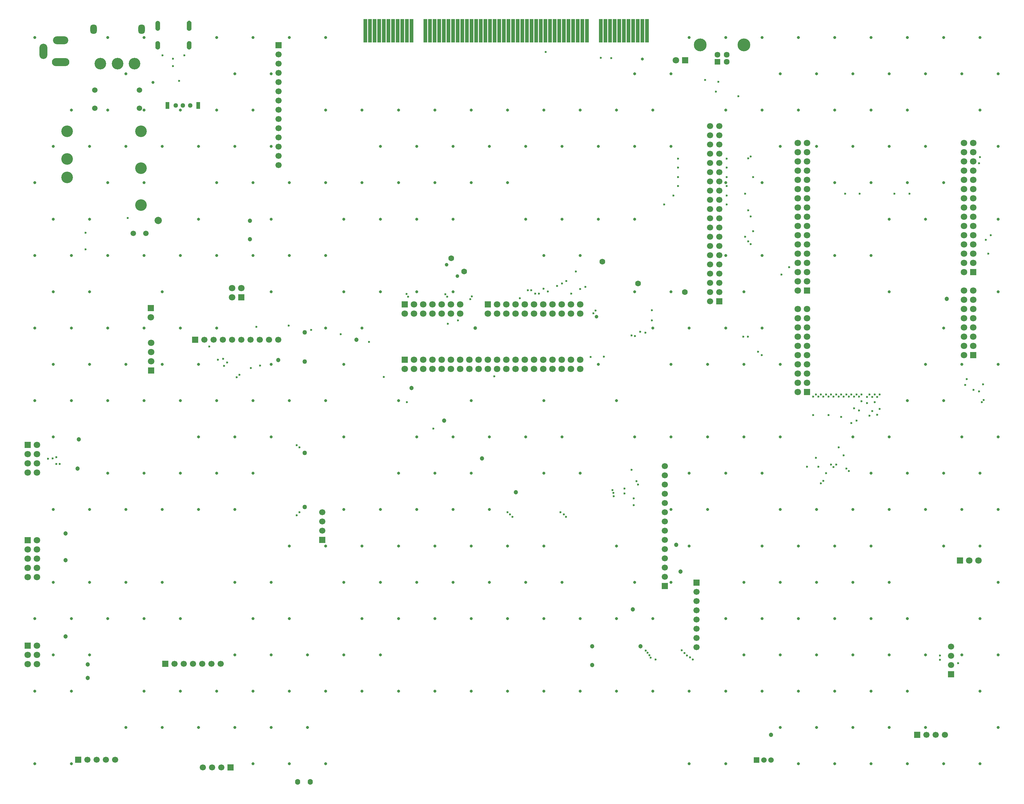
<source format=gbs>
G04*
G04 #@! TF.GenerationSoftware,Altium Limited,Altium Designer,22.8.2 (66)*
G04*
G04 Layer_Color=16711935*
%FSLAX24Y24*%
%MOIN*%
G70*
G04*
G04 #@! TF.SameCoordinates,FCF4E63D-A0A2-41F3-A72A-ECFD8513773E*
G04*
G04*
G04 #@! TF.FilePolarity,Negative*
G04*
G01*
G75*
%ADD25R,0.0438X0.2529*%
%ADD40C,0.0669*%
%ADD41R,0.0669X0.0669*%
%ADD42C,0.0710*%
%ADD43R,0.0710X0.0710*%
%ADD44R,0.0710X0.0710*%
%ADD45C,0.0592*%
%ADD46R,0.0592X0.0592*%
%ADD47R,0.0669X0.0669*%
G04:AMPARAMS|DCode=48|XSize=102.5mil|YSize=71mil|CornerRadius=29.2mil|HoleSize=0mil|Usage=FLASHONLY|Rotation=270.000|XOffset=0mil|YOffset=0mil|HoleType=Round|Shape=RoundedRectangle|*
%AMROUNDEDRECTD48*
21,1,0.1025,0.0126,0,0,270.0*
21,1,0.0441,0.0710,0,0,270.0*
1,1,0.0584,-0.0063,-0.0220*
1,1,0.0584,-0.0063,0.0220*
1,1,0.0584,0.0063,0.0220*
1,1,0.0584,0.0063,-0.0220*
%
%ADD48ROUNDEDRECTD48*%
%ADD49C,0.1261*%
%ADD50R,0.0433X0.0748*%
%ADD51C,0.0512*%
%ADD52O,0.0551X0.0630*%
%ADD53R,0.0634X0.0634*%
%ADD54C,0.0634*%
%ADD55C,0.1386*%
%ADD56O,0.1891X0.0867*%
%ADD57O,0.1655X0.0867*%
%ADD58O,0.0867X0.1655*%
%ADD59C,0.0316*%
%ADD60C,0.0236*%
%ADD61C,0.0630*%
%ADD62C,0.0500*%
%ADD63C,0.0472*%
%ADD64C,0.0394*%
%ADD65C,0.0315*%
%ADD66C,0.0787*%
G36*
X17223Y81386D02*
X17209Y81387D01*
X17196Y81389D01*
X17183Y81391D01*
X17170Y81394D01*
X17157Y81398D01*
X17144Y81403D01*
X17132Y81408D01*
X17120Y81414D01*
X17108Y81420D01*
X17097Y81427D01*
X17086Y81435D01*
X17075Y81443D01*
X17065Y81452D01*
X17055Y81461D01*
X17046Y81470D01*
X17037Y81481D01*
X17029Y81491D01*
X17022Y81502D01*
X17015Y81514D01*
X17008Y81526D01*
X17002Y81538D01*
X16997Y81550D01*
X16993Y81563D01*
X16989Y81576D01*
X16986Y81589D01*
X16983Y81602D01*
X16982Y81615D01*
X16981Y81628D01*
X16980Y81642D01*
Y82035D01*
X16981Y82049D01*
X16982Y82062D01*
X16983Y82076D01*
X16986Y82089D01*
X16989Y82102D01*
X16993Y82115D01*
X16997Y82127D01*
X17002Y82139D01*
X17008Y82152D01*
X17015Y82163D01*
X17022Y82175D01*
X17029Y82186D01*
X17037Y82196D01*
X17046Y82207D01*
X17055Y82217D01*
X17065Y82226D01*
X17075Y82234D01*
X17086Y82243D01*
X17097Y82250D01*
X17108Y82257D01*
X17120Y82263D01*
X17132Y82269D01*
X17144Y82274D01*
X17157Y82279D01*
X17170Y82283D01*
X17183Y82286D01*
X17196Y82288D01*
X17209Y82290D01*
X17223Y82291D01*
X17236Y82291D01*
X17250Y82291D01*
X17263Y82290D01*
X17276Y82288D01*
X17289Y82286D01*
X17302Y82283D01*
X17315Y82279D01*
X17328Y82274D01*
X17340Y82269D01*
X17352Y82263D01*
X17364Y82257D01*
X17376Y82250D01*
X17387Y82243D01*
X17397Y82234D01*
X17407Y82226D01*
X17417Y82217D01*
X17426Y82207D01*
X17435Y82196D01*
X17443Y82186D01*
X17451Y82175D01*
X17458Y82163D01*
X17464Y82152D01*
X17470Y82139D01*
X17475Y82127D01*
X17480Y82115D01*
X17483Y82102D01*
X17487Y82089D01*
X17489Y82076D01*
X17491Y82062D01*
X17492Y82049D01*
X17492Y82035D01*
Y81642D01*
X17492Y81628D01*
X17491Y81615D01*
X17489Y81602D01*
X17487Y81589D01*
X17483Y81576D01*
X17480Y81563D01*
X17475Y81550D01*
X17470Y81538D01*
X17464Y81526D01*
X17458Y81514D01*
X17451Y81502D01*
X17443Y81491D01*
X17435Y81481D01*
X17426Y81470D01*
X17417Y81461D01*
X17407Y81452D01*
X17397Y81443D01*
X17387Y81435D01*
X17376Y81427D01*
X17364Y81420D01*
X17352Y81414D01*
X17340Y81408D01*
X17328Y81403D01*
X17315Y81398D01*
X17302Y81394D01*
X17289Y81391D01*
X17276Y81389D01*
X17263Y81387D01*
X17250Y81386D01*
X17236Y81386D01*
X17223Y81386D01*
D02*
G37*
G36*
Y83418D02*
X17209Y83420D01*
X17195Y83422D01*
X17182Y83425D01*
X17169Y83429D01*
X17155Y83433D01*
X17142Y83438D01*
X17130Y83444D01*
X17117Y83450D01*
X17105Y83457D01*
X17094Y83465D01*
X17082Y83474D01*
X17072Y83482D01*
X17061Y83492D01*
X17052Y83502D01*
X17043Y83512D01*
X17034Y83523D01*
X17026Y83534D01*
X17018Y83546D01*
X17011Y83558D01*
X17005Y83571D01*
X17000Y83583D01*
X16994Y83596D01*
X16991Y83610D01*
X16987Y83623D01*
X16984Y83637D01*
X16982Y83651D01*
X16981Y83665D01*
X16980Y83678D01*
Y83693D01*
Y84205D01*
Y84219D01*
X16981Y84233D01*
X16982Y84247D01*
X16984Y84261D01*
X16987Y84274D01*
X16991Y84288D01*
X16994Y84301D01*
X17000Y84314D01*
X17005Y84327D01*
X17011Y84339D01*
X17018Y84352D01*
X17026Y84363D01*
X17034Y84375D01*
X17043Y84385D01*
X17052Y84396D01*
X17061Y84406D01*
X17072Y84415D01*
X17082Y84424D01*
X17094Y84432D01*
X17105Y84440D01*
X17117Y84447D01*
X17130Y84454D01*
X17142Y84459D01*
X17155Y84465D01*
X17169Y84469D01*
X17182Y84472D01*
X17195Y84476D01*
X17209Y84478D01*
X17223Y84480D01*
X17236Y84480D01*
X17250Y84480D01*
X17263Y84478D01*
X17277Y84476D01*
X17291Y84472D01*
X17304Y84469D01*
X17317Y84465D01*
X17330Y84459D01*
X17343Y84454D01*
X17355Y84447D01*
X17367Y84440D01*
X17379Y84432D01*
X17390Y84424D01*
X17401Y84415D01*
X17411Y84406D01*
X17421Y84396D01*
X17430Y84385D01*
X17439Y84375D01*
X17447Y84363D01*
X17454Y84352D01*
X17461Y84339D01*
X17467Y84327D01*
X17473Y84314D01*
X17478Y84301D01*
X17482Y84288D01*
X17485Y84274D01*
X17488Y84261D01*
X17490Y84247D01*
X17492Y84233D01*
X17492Y84219D01*
Y84205D01*
Y83693D01*
Y83678D01*
X17492Y83665D01*
X17490Y83651D01*
X17488Y83637D01*
X17485Y83623D01*
X17482Y83610D01*
X17478Y83596D01*
X17473Y83583D01*
X17467Y83571D01*
X17461Y83558D01*
X17454Y83546D01*
X17447Y83534D01*
X17439Y83523D01*
X17430Y83512D01*
X17421Y83502D01*
X17411Y83492D01*
X17401Y83482D01*
X17390Y83474D01*
X17379Y83465D01*
X17367Y83457D01*
X17355Y83450D01*
X17343Y83444D01*
X17330Y83438D01*
X17317Y83433D01*
X17304Y83429D01*
X17291Y83425D01*
X17277Y83422D01*
X17263Y83420D01*
X17250Y83418D01*
X17236Y83417D01*
X17223Y83418D01*
D02*
G37*
G36*
X20624Y81386D02*
X20611Y81387D01*
X20598Y81389D01*
X20585Y81391D01*
X20572Y81394D01*
X20559Y81398D01*
X20546Y81403D01*
X20534Y81408D01*
X20522Y81414D01*
X20510Y81420D01*
X20498Y81427D01*
X20487Y81435D01*
X20477Y81443D01*
X20467Y81452D01*
X20457Y81461D01*
X20448Y81470D01*
X20439Y81481D01*
X20431Y81491D01*
X20423Y81502D01*
X20416Y81514D01*
X20410Y81526D01*
X20404Y81538D01*
X20399Y81550D01*
X20394Y81563D01*
X20391Y81576D01*
X20387Y81589D01*
X20385Y81602D01*
X20383Y81615D01*
X20382Y81628D01*
X20382Y81642D01*
Y82035D01*
X20382Y82049D01*
X20383Y82062D01*
X20385Y82076D01*
X20387Y82089D01*
X20391Y82102D01*
X20394Y82115D01*
X20399Y82127D01*
X20404Y82139D01*
X20410Y82152D01*
X20416Y82163D01*
X20423Y82175D01*
X20431Y82186D01*
X20439Y82196D01*
X20448Y82207D01*
X20457Y82217D01*
X20467Y82226D01*
X20477Y82234D01*
X20487Y82243D01*
X20498Y82250D01*
X20510Y82257D01*
X20522Y82263D01*
X20534Y82269D01*
X20546Y82274D01*
X20559Y82279D01*
X20572Y82283D01*
X20585Y82286D01*
X20598Y82288D01*
X20611Y82290D01*
X20624Y82291D01*
X20638Y82291D01*
X20652D01*
X20665Y82291D01*
X20678Y82290D01*
X20691Y82288D01*
X20703Y82285D01*
X20715Y82282D01*
X20728Y82278D01*
X20740Y82274D01*
X20752Y82268D01*
X20763Y82263D01*
X20774Y82256D01*
X20785Y82250D01*
X20796Y82242D01*
X20806Y82234D01*
X20816Y82225D01*
X20825Y82217D01*
X20833Y82207D01*
X20842Y82197D01*
X20849Y82187D01*
X20856Y82176D01*
X20863Y82165D01*
X20869Y82153D01*
X20874Y82141D01*
X20879Y82130D01*
X20883Y82117D01*
X20887Y82105D01*
X20889Y82092D01*
X20891Y82080D01*
X20893Y82067D01*
X20894Y82055D01*
Y81661D01*
Y81647D01*
X20893Y81633D01*
X20892Y81619D01*
X20890Y81606D01*
X20887Y81592D01*
X20883Y81578D01*
X20880Y81565D01*
X20874Y81552D01*
X20869Y81539D01*
X20863Y81527D01*
X20856Y81515D01*
X20848Y81503D01*
X20840Y81491D01*
X20831Y81481D01*
X20822Y81470D01*
X20813Y81460D01*
X20802Y81451D01*
X20792Y81442D01*
X20780Y81434D01*
X20769Y81426D01*
X20757Y81419D01*
X20744Y81413D01*
X20732Y81407D01*
X20719Y81402D01*
X20706Y81397D01*
X20692Y81394D01*
X20679Y81391D01*
X20665Y81388D01*
X20651Y81387D01*
X20638Y81386D01*
X20624Y81386D01*
D02*
G37*
G36*
Y83398D02*
X20611Y83400D01*
X20597Y83402D01*
X20583Y83406D01*
X20570Y83409D01*
X20557Y83413D01*
X20544Y83419D01*
X20531Y83424D01*
X20519Y83431D01*
X20507Y83438D01*
X20495Y83446D01*
X20484Y83454D01*
X20473Y83463D01*
X20463Y83472D01*
X20453Y83482D01*
X20444Y83493D01*
X20435Y83503D01*
X20427Y83515D01*
X20420Y83526D01*
X20413Y83539D01*
X20407Y83551D01*
X20401Y83564D01*
X20396Y83577D01*
X20392Y83590D01*
X20389Y83604D01*
X20386Y83617D01*
X20384Y83631D01*
X20382Y83645D01*
X20382Y83659D01*
Y83673D01*
Y84224D01*
Y84239D01*
X20382Y84253D01*
X20384Y84267D01*
X20386Y84280D01*
X20389Y84294D01*
X20392Y84307D01*
X20396Y84321D01*
X20401Y84334D01*
X20407Y84346D01*
X20413Y84359D01*
X20420Y84371D01*
X20427Y84383D01*
X20435Y84394D01*
X20444Y84405D01*
X20453Y84416D01*
X20463Y84426D01*
X20473Y84435D01*
X20484Y84444D01*
X20495Y84452D01*
X20507Y84460D01*
X20519Y84467D01*
X20531Y84473D01*
X20544Y84479D01*
X20557Y84484D01*
X20570Y84489D01*
X20583Y84492D01*
X20597Y84495D01*
X20611Y84498D01*
X20624Y84499D01*
X20638Y84500D01*
X20651Y84499D01*
X20665Y84498D01*
X20679Y84495D01*
X20692Y84492D01*
X20706Y84489D01*
X20719Y84484D01*
X20732Y84479D01*
X20744Y84473D01*
X20757Y84467D01*
X20769Y84460D01*
X20780Y84452D01*
X20792Y84444D01*
X20802Y84435D01*
X20813Y84426D01*
X20822Y84416D01*
X20831Y84405D01*
X20840Y84394D01*
X20848Y84383D01*
X20856Y84371D01*
X20863Y84359D01*
X20869Y84346D01*
X20874Y84334D01*
X20880Y84321D01*
X20883Y84307D01*
X20887Y84294D01*
X20890Y84280D01*
X20892Y84267D01*
X20893Y84253D01*
X20894Y84239D01*
Y84224D01*
Y83673D01*
Y83659D01*
X20893Y83645D01*
X20892Y83631D01*
X20890Y83617D01*
X20887Y83604D01*
X20883Y83590D01*
X20880Y83577D01*
X20874Y83564D01*
X20869Y83551D01*
X20863Y83539D01*
X20856Y83526D01*
X20848Y83515D01*
X20840Y83503D01*
X20831Y83493D01*
X20822Y83482D01*
X20813Y83472D01*
X20802Y83463D01*
X20792Y83454D01*
X20780Y83446D01*
X20769Y83438D01*
X20757Y83431D01*
X20744Y83424D01*
X20732Y83419D01*
X20719Y83413D01*
X20706Y83409D01*
X20692Y83406D01*
X20679Y83402D01*
X20665Y83400D01*
X20651Y83398D01*
X20638Y83398D01*
X20624Y83398D01*
D02*
G37*
D25*
X39732Y83421D02*
D03*
X40232D02*
D03*
X40732D02*
D03*
X41232D02*
D03*
X41732D02*
D03*
X42232D02*
D03*
X42732D02*
D03*
X43232D02*
D03*
X43732D02*
D03*
X44232D02*
D03*
X44732D02*
D03*
X46232D02*
D03*
X46732D02*
D03*
X47232D02*
D03*
X47732D02*
D03*
X48232D02*
D03*
X48732D02*
D03*
X49232D02*
D03*
X49732D02*
D03*
X50232D02*
D03*
X50732D02*
D03*
X51232D02*
D03*
X51732D02*
D03*
X52232D02*
D03*
X52732D02*
D03*
X53232D02*
D03*
X53732D02*
D03*
X54232D02*
D03*
X54732D02*
D03*
X55232D02*
D03*
X55732D02*
D03*
X56232D02*
D03*
X56732D02*
D03*
X57232D02*
D03*
X57732D02*
D03*
X58232D02*
D03*
X58732D02*
D03*
X59232D02*
D03*
X59732D02*
D03*
X60232D02*
D03*
X60732D02*
D03*
X61232D02*
D03*
X61732D02*
D03*
X62232D02*
D03*
X62732D02*
D03*
X63232D02*
D03*
X63732D02*
D03*
X65232D02*
D03*
X65732D02*
D03*
X66232D02*
D03*
X66732D02*
D03*
X67232D02*
D03*
X67732D02*
D03*
X68232D02*
D03*
X68732D02*
D03*
X69232D02*
D03*
X69732D02*
D03*
X70232D02*
D03*
D40*
X12630Y4370D02*
D03*
X11630D02*
D03*
X9630D02*
D03*
X10630D02*
D03*
X77059Y54083D02*
D03*
Y55083D02*
D03*
Y56083D02*
D03*
Y57083D02*
D03*
Y58083D02*
D03*
Y59083D02*
D03*
Y60083D02*
D03*
Y61083D02*
D03*
Y62083D02*
D03*
Y63083D02*
D03*
Y64083D02*
D03*
Y65083D02*
D03*
Y66083D02*
D03*
Y67083D02*
D03*
Y68083D02*
D03*
Y69083D02*
D03*
Y70083D02*
D03*
Y71083D02*
D03*
Y72083D02*
D03*
Y73083D02*
D03*
X78059D02*
D03*
Y72083D02*
D03*
Y71083D02*
D03*
Y70083D02*
D03*
Y69083D02*
D03*
Y68083D02*
D03*
Y67083D02*
D03*
Y66083D02*
D03*
Y65083D02*
D03*
Y64083D02*
D03*
Y63083D02*
D03*
Y62083D02*
D03*
Y61083D02*
D03*
Y60083D02*
D03*
Y59083D02*
D03*
Y58083D02*
D03*
Y57083D02*
D03*
Y56083D02*
D03*
Y55083D02*
D03*
X30315Y72835D02*
D03*
Y73835D02*
D03*
Y74835D02*
D03*
Y75835D02*
D03*
Y76835D02*
D03*
Y77835D02*
D03*
Y78835D02*
D03*
Y80835D02*
D03*
Y79835D02*
D03*
Y71835D02*
D03*
Y70835D02*
D03*
Y69835D02*
D03*
Y68835D02*
D03*
X35039Y31224D02*
D03*
Y30224D02*
D03*
Y29224D02*
D03*
X72165Y32224D02*
D03*
Y31224D02*
D03*
Y30224D02*
D03*
Y29224D02*
D03*
Y28224D02*
D03*
Y27224D02*
D03*
Y26224D02*
D03*
Y24224D02*
D03*
Y25224D02*
D03*
Y33224D02*
D03*
Y34224D02*
D03*
Y35224D02*
D03*
Y36224D02*
D03*
X103150Y16657D02*
D03*
Y15657D02*
D03*
Y14657D02*
D03*
X102484Y7087D02*
D03*
X101484D02*
D03*
X100484D02*
D03*
X22122Y3543D02*
D03*
X23122D02*
D03*
X24122D02*
D03*
X75591Y18579D02*
D03*
Y19579D02*
D03*
Y20579D02*
D03*
Y22579D02*
D03*
Y21579D02*
D03*
Y17579D02*
D03*
Y16579D02*
D03*
X20063Y14764D02*
D03*
X19063D02*
D03*
X21063D02*
D03*
X22063D02*
D03*
X23063D02*
D03*
X24063D02*
D03*
X23300Y49900D02*
D03*
X22300D02*
D03*
X24300D02*
D03*
X25300D02*
D03*
X26300D02*
D03*
X27300D02*
D03*
X28300D02*
D03*
X29300D02*
D03*
X30300D02*
D03*
D41*
X8630Y4370D02*
D03*
X78059Y54083D02*
D03*
X99484Y7087D02*
D03*
X25122Y3543D02*
D03*
X18063Y14764D02*
D03*
X21300Y49900D02*
D03*
D42*
X3150Y25181D02*
D03*
X4150D02*
D03*
Y28181D02*
D03*
Y27181D02*
D03*
X3150D02*
D03*
X4150Y26181D02*
D03*
X3150D02*
D03*
Y24181D02*
D03*
X4150D02*
D03*
Y35508D02*
D03*
X3150D02*
D03*
Y37508D02*
D03*
Y36508D02*
D03*
X4150Y38508D02*
D03*
Y36508D02*
D03*
Y37508D02*
D03*
Y15748D02*
D03*
Y16748D02*
D03*
X3150Y15748D02*
D03*
Y14748D02*
D03*
X4150D02*
D03*
X63000Y52750D02*
D03*
Y53750D02*
D03*
X56000D02*
D03*
Y52750D02*
D03*
X53000D02*
D03*
X54000D02*
D03*
Y53750D02*
D03*
X55000Y52750D02*
D03*
Y53750D02*
D03*
X57000D02*
D03*
Y52750D02*
D03*
X58000Y53750D02*
D03*
Y52750D02*
D03*
X59000Y53750D02*
D03*
Y52750D02*
D03*
X60000Y53750D02*
D03*
Y52750D02*
D03*
X61000Y53750D02*
D03*
Y52750D02*
D03*
X62000Y53750D02*
D03*
Y52750D02*
D03*
X50000D02*
D03*
Y53750D02*
D03*
X49000Y52750D02*
D03*
Y53750D02*
D03*
X48000Y52750D02*
D03*
Y53750D02*
D03*
X46000D02*
D03*
Y52750D02*
D03*
X45000Y53750D02*
D03*
Y52750D02*
D03*
X44000D02*
D03*
X47000D02*
D03*
Y53750D02*
D03*
X104563Y48252D02*
D03*
X105563Y49252D02*
D03*
X104563D02*
D03*
X105563Y50252D02*
D03*
X104563D02*
D03*
X105563Y51252D02*
D03*
X104563D02*
D03*
X105563Y52252D02*
D03*
X104563D02*
D03*
X105563Y53252D02*
D03*
X104563D02*
D03*
X105563Y54252D02*
D03*
X104563D02*
D03*
X105563Y55252D02*
D03*
X104563D02*
D03*
Y57252D02*
D03*
X105563Y58252D02*
D03*
X104563D02*
D03*
X105563Y59252D02*
D03*
X104563D02*
D03*
X105563Y60252D02*
D03*
X104563D02*
D03*
X105563Y61252D02*
D03*
X104563D02*
D03*
X105563Y62252D02*
D03*
X104563D02*
D03*
X105563Y63252D02*
D03*
X104563D02*
D03*
X105563Y64252D02*
D03*
X104563D02*
D03*
X105563Y65252D02*
D03*
X104563D02*
D03*
X105563Y66252D02*
D03*
X104563D02*
D03*
X105563Y67252D02*
D03*
X104563D02*
D03*
X105563Y68252D02*
D03*
X104563D02*
D03*
X105563Y69252D02*
D03*
X104563D02*
D03*
X105563Y70252D02*
D03*
X104563D02*
D03*
X105563Y71252D02*
D03*
X104563D02*
D03*
X86563Y55252D02*
D03*
X87563Y56252D02*
D03*
X86563D02*
D03*
X87563Y57252D02*
D03*
X86563D02*
D03*
X87563Y58252D02*
D03*
X86563D02*
D03*
X87563Y59252D02*
D03*
X86563D02*
D03*
X87563Y60252D02*
D03*
X86563D02*
D03*
X87563Y61252D02*
D03*
X86563D02*
D03*
X87563Y62252D02*
D03*
X86563D02*
D03*
X87563Y63252D02*
D03*
X86563D02*
D03*
X87563Y64252D02*
D03*
X86563D02*
D03*
X87563Y65252D02*
D03*
X86563D02*
D03*
X87563Y66252D02*
D03*
X86563D02*
D03*
X87563Y67252D02*
D03*
X86563D02*
D03*
X87563Y68252D02*
D03*
X86563D02*
D03*
X87563Y69252D02*
D03*
X86563D02*
D03*
X87563Y70252D02*
D03*
X86563D02*
D03*
X87563Y71252D02*
D03*
X86563D02*
D03*
Y44252D02*
D03*
X87563Y45252D02*
D03*
X86563D02*
D03*
X87563Y46252D02*
D03*
X86563D02*
D03*
X87563Y47252D02*
D03*
X86563D02*
D03*
X87563Y48252D02*
D03*
X86563D02*
D03*
X87563Y49252D02*
D03*
X86563D02*
D03*
X87563Y50252D02*
D03*
X86563D02*
D03*
X87563Y51252D02*
D03*
X86563D02*
D03*
X87563Y52252D02*
D03*
X86563D02*
D03*
X87563Y53252D02*
D03*
X86563D02*
D03*
X63000Y46750D02*
D03*
Y47750D02*
D03*
X62000Y46750D02*
D03*
Y47750D02*
D03*
X61000Y46750D02*
D03*
Y47750D02*
D03*
X60000Y46750D02*
D03*
Y47750D02*
D03*
X59000Y46750D02*
D03*
Y47750D02*
D03*
X58000Y46750D02*
D03*
Y47750D02*
D03*
X57000Y46750D02*
D03*
Y47750D02*
D03*
X56000Y46750D02*
D03*
Y47750D02*
D03*
X55000Y46750D02*
D03*
Y47750D02*
D03*
X54000Y46750D02*
D03*
Y47750D02*
D03*
X53000Y46750D02*
D03*
Y47750D02*
D03*
X52000Y46750D02*
D03*
Y47750D02*
D03*
X51000Y46750D02*
D03*
Y47750D02*
D03*
X50000Y46750D02*
D03*
Y47750D02*
D03*
X49000Y46750D02*
D03*
Y47750D02*
D03*
X48000Y46750D02*
D03*
Y47750D02*
D03*
X46000D02*
D03*
Y46750D02*
D03*
X45000Y47750D02*
D03*
Y46750D02*
D03*
X44000D02*
D03*
X47000D02*
D03*
Y47750D02*
D03*
X16496Y52346D02*
D03*
X73358Y80197D02*
D03*
X105118Y25984D02*
D03*
X106118D02*
D03*
X26287Y55512D02*
D03*
X25287D02*
D03*
Y54512D02*
D03*
X16506Y47575D02*
D03*
Y48575D02*
D03*
Y49575D02*
D03*
D43*
X3150Y28181D02*
D03*
Y38508D02*
D03*
Y16748D02*
D03*
X105563Y48252D02*
D03*
Y57252D02*
D03*
X87563Y55252D02*
D03*
Y44252D02*
D03*
X74358Y80197D02*
D03*
X104118Y25984D02*
D03*
X26287Y54512D02*
D03*
D44*
X53000Y53750D02*
D03*
X44000D02*
D03*
Y47750D02*
D03*
X16496Y53346D02*
D03*
X16506Y46575D02*
D03*
D45*
X83661Y4331D02*
D03*
X82874D02*
D03*
X14587Y61457D02*
D03*
X15965D02*
D03*
X10433Y75000D02*
D03*
Y76968D02*
D03*
X15256Y75000D02*
D03*
Y76968D02*
D03*
D46*
X82087Y4331D02*
D03*
D47*
X30315Y81835D02*
D03*
X35039Y28224D02*
D03*
X72165Y23224D02*
D03*
X103150Y13657D02*
D03*
X75591Y23579D02*
D03*
D48*
X15472Y83593D02*
D03*
X10276D02*
D03*
D49*
X11024Y79843D02*
D03*
X14724D02*
D03*
X12874D02*
D03*
X15417Y64504D02*
D03*
Y68504D02*
D03*
X7417Y67504D02*
D03*
Y69504D02*
D03*
X15417Y72504D02*
D03*
X7417D02*
D03*
D50*
X21634Y75315D02*
D03*
X18287D02*
D03*
D51*
X20748D02*
D03*
X19961D02*
D03*
X19173D02*
D03*
D52*
X33740Y1969D02*
D03*
X32402D02*
D03*
D53*
X77854Y80039D02*
D03*
D54*
X78839D02*
D03*
Y80827D02*
D03*
X77854D02*
D03*
D55*
X80717Y81890D02*
D03*
X75976D02*
D03*
D56*
X6732Y80000D02*
D03*
D57*
Y82362D02*
D03*
D58*
X4843Y81181D02*
D03*
D59*
X106299Y82677D02*
D03*
X108268Y78740D02*
D03*
X106299Y74803D02*
D03*
X108268Y70866D02*
D03*
Y62992D02*
D03*
Y55118D02*
D03*
Y47244D02*
D03*
Y39370D02*
D03*
X106299Y35433D02*
D03*
X108268Y31496D02*
D03*
X106299Y27559D02*
D03*
X108268Y23622D02*
D03*
X106299Y19685D02*
D03*
X108268Y15748D02*
D03*
X106299Y11811D02*
D03*
X108268Y7874D02*
D03*
X106299Y3937D02*
D03*
X102362Y82677D02*
D03*
X104331Y78740D02*
D03*
X102362Y66929D02*
D03*
Y51181D02*
D03*
X104331Y47244D02*
D03*
X102362Y43307D02*
D03*
X104331Y39370D02*
D03*
X102362Y35433D02*
D03*
X104331Y31496D02*
D03*
X102362Y27559D02*
D03*
X104331Y15748D02*
D03*
X102362Y3937D02*
D03*
X98425Y82677D02*
D03*
X100394Y78740D02*
D03*
X98425Y74803D02*
D03*
X100394Y70866D02*
D03*
X98425Y66929D02*
D03*
X100394Y62992D02*
D03*
Y47244D02*
D03*
X98425Y43307D02*
D03*
Y35433D02*
D03*
X100394Y31496D02*
D03*
X98425Y19685D02*
D03*
X100394Y15748D02*
D03*
X98425Y11811D02*
D03*
X100394Y7874D02*
D03*
X98425Y3937D02*
D03*
X94488Y82677D02*
D03*
X96457Y78740D02*
D03*
X94488Y74803D02*
D03*
X96457Y70866D02*
D03*
X94488Y66929D02*
D03*
X96457Y62992D02*
D03*
X94488Y59055D02*
D03*
X96457Y55118D02*
D03*
Y39370D02*
D03*
X94488Y35433D02*
D03*
X96457Y31496D02*
D03*
X94488Y27559D02*
D03*
X96457Y23622D02*
D03*
X94488Y19685D02*
D03*
X96457Y15748D02*
D03*
X94488Y11811D02*
D03*
X96457Y7874D02*
D03*
X94488Y3937D02*
D03*
X90551Y82677D02*
D03*
X92520Y78740D02*
D03*
X90551Y74803D02*
D03*
X92520Y70866D02*
D03*
X90551Y66929D02*
D03*
Y59055D02*
D03*
X92520Y39370D02*
D03*
Y31496D02*
D03*
X90551Y27559D02*
D03*
X92520Y23622D02*
D03*
X90551Y19685D02*
D03*
X92520Y15748D02*
D03*
X90551Y11811D02*
D03*
X92520Y7874D02*
D03*
X90551Y3937D02*
D03*
X86614Y82677D02*
D03*
X88583Y78740D02*
D03*
X86614Y74803D02*
D03*
X88583Y70866D02*
D03*
Y31496D02*
D03*
X86614Y27559D02*
D03*
X88583Y23622D02*
D03*
X86614Y19685D02*
D03*
X88583Y15748D02*
D03*
X86614Y11811D02*
D03*
X88583Y7874D02*
D03*
X86614Y3937D02*
D03*
X82677Y82677D02*
D03*
X84646Y78740D02*
D03*
X82677Y74803D02*
D03*
X84646Y70866D02*
D03*
X82677Y66929D02*
D03*
Y59055D02*
D03*
Y51181D02*
D03*
X84646Y47244D02*
D03*
Y39370D02*
D03*
X82677Y35433D02*
D03*
X84646Y31496D02*
D03*
X82677Y27559D02*
D03*
X84646Y23622D02*
D03*
X82677Y19685D02*
D03*
X84646Y15748D02*
D03*
X82677Y11811D02*
D03*
X84646Y7874D02*
D03*
X78740Y82677D02*
D03*
Y74803D02*
D03*
Y66929D02*
D03*
Y59055D02*
D03*
X80709Y55118D02*
D03*
X78740Y51181D02*
D03*
X80709Y47244D02*
D03*
Y39370D02*
D03*
X78740Y35433D02*
D03*
X80709Y23622D02*
D03*
X78740Y19685D02*
D03*
X80709Y15748D02*
D03*
X78740Y11811D02*
D03*
Y3937D02*
D03*
X74803Y82677D02*
D03*
Y51181D02*
D03*
X76772Y47244D02*
D03*
Y39370D02*
D03*
X74803Y35433D02*
D03*
X76772Y31496D02*
D03*
X74803Y27559D02*
D03*
Y11811D02*
D03*
Y3937D02*
D03*
X72835Y78740D02*
D03*
X70866Y74803D02*
D03*
X72835Y70866D02*
D03*
Y55118D02*
D03*
X70866Y51181D02*
D03*
X72835Y47244D02*
D03*
Y39370D02*
D03*
Y31496D02*
D03*
Y23622D02*
D03*
X70866Y19685D02*
D03*
Y11811D02*
D03*
X68898Y78740D02*
D03*
X66929Y74803D02*
D03*
X68898Y70866D02*
D03*
Y62992D02*
D03*
Y55118D02*
D03*
X66929Y43307D02*
D03*
X68898Y39370D02*
D03*
X66929Y27559D02*
D03*
X68898Y23622D02*
D03*
X66929Y19685D02*
D03*
Y11811D02*
D03*
X62992Y74803D02*
D03*
X64961Y70866D02*
D03*
Y62992D02*
D03*
X62992Y59055D02*
D03*
X64961Y47244D02*
D03*
X62992Y35433D02*
D03*
Y19685D02*
D03*
Y11811D02*
D03*
X59055Y74803D02*
D03*
X61024Y70866D02*
D03*
Y62992D02*
D03*
X59055Y59055D02*
D03*
Y43307D02*
D03*
X61024Y39370D02*
D03*
X59055Y35433D02*
D03*
Y27559D02*
D03*
X61024Y23622D02*
D03*
X59055Y19685D02*
D03*
Y11811D02*
D03*
X55118Y74803D02*
D03*
X57087Y70866D02*
D03*
X55118Y66929D02*
D03*
X57087Y62992D02*
D03*
Y39370D02*
D03*
X55118Y27559D02*
D03*
X57087Y23622D02*
D03*
X55118Y19685D02*
D03*
Y11811D02*
D03*
X51181Y74803D02*
D03*
X53150Y70866D02*
D03*
X51181Y66929D02*
D03*
Y43307D02*
D03*
X53150Y39370D02*
D03*
X51181Y35433D02*
D03*
X53150Y31496D02*
D03*
X51181Y27559D02*
D03*
X53150Y23622D02*
D03*
X51181Y19685D02*
D03*
Y11811D02*
D03*
X47244Y74803D02*
D03*
X49213Y70866D02*
D03*
X47244Y66929D02*
D03*
X49213Y62992D02*
D03*
Y55118D02*
D03*
Y39370D02*
D03*
X47244Y35433D02*
D03*
X49213Y31496D02*
D03*
X47244Y27559D02*
D03*
X49213Y23622D02*
D03*
X47244Y19685D02*
D03*
Y11811D02*
D03*
X43307Y74803D02*
D03*
X45276Y70866D02*
D03*
X43307Y66929D02*
D03*
X45276Y62992D02*
D03*
Y55118D02*
D03*
X43307Y43307D02*
D03*
X45276Y39370D02*
D03*
X43307Y35433D02*
D03*
X45276Y31496D02*
D03*
X43307Y27559D02*
D03*
X45276Y23622D02*
D03*
X43307Y19685D02*
D03*
Y11811D02*
D03*
X39370Y74803D02*
D03*
X41339Y70866D02*
D03*
X39370Y66929D02*
D03*
X41339Y62992D02*
D03*
Y55118D02*
D03*
X39370Y51181D02*
D03*
X41339Y31496D02*
D03*
X39370Y27559D02*
D03*
X41339Y23622D02*
D03*
X39370Y19685D02*
D03*
X41339Y15748D02*
D03*
X39370Y11811D02*
D03*
X35433Y82677D02*
D03*
Y74803D02*
D03*
Y66929D02*
D03*
X37402Y62992D02*
D03*
X35433Y59055D02*
D03*
X37402Y55118D02*
D03*
X35433Y51181D02*
D03*
X37402Y47244D02*
D03*
X35433Y43307D02*
D03*
X37402Y39370D02*
D03*
Y31496D02*
D03*
X35433Y27559D02*
D03*
X37402Y23622D02*
D03*
Y15748D02*
D03*
X35433Y11811D02*
D03*
Y3937D02*
D03*
X31496Y82677D02*
D03*
Y66929D02*
D03*
Y59055D02*
D03*
Y43307D02*
D03*
Y27559D02*
D03*
Y19685D02*
D03*
X33465Y15748D02*
D03*
X31496Y11811D02*
D03*
X33465Y7874D02*
D03*
X31496Y3937D02*
D03*
X27559Y82677D02*
D03*
X29528Y78740D02*
D03*
X27559Y74803D02*
D03*
X29528Y70866D02*
D03*
X27559Y66929D02*
D03*
X29528Y62992D02*
D03*
X27559Y59055D02*
D03*
X29528Y55118D02*
D03*
Y47244D02*
D03*
X27559Y43307D02*
D03*
X29528Y39370D02*
D03*
X27559Y35433D02*
D03*
X29528Y23622D02*
D03*
X27559Y19685D02*
D03*
X29528Y15748D02*
D03*
X27559Y11811D02*
D03*
X29528Y7874D02*
D03*
X27559Y3937D02*
D03*
X23622Y82677D02*
D03*
X25591Y78740D02*
D03*
X23622Y74803D02*
D03*
X25591Y70866D02*
D03*
X23622Y66929D02*
D03*
Y59055D02*
D03*
Y51181D02*
D03*
Y43307D02*
D03*
X25591Y39370D02*
D03*
X23622Y35433D02*
D03*
X25591Y31496D02*
D03*
Y23622D02*
D03*
Y15748D02*
D03*
X23622Y11811D02*
D03*
X25591Y7874D02*
D03*
X19685Y74803D02*
D03*
X21654Y70866D02*
D03*
Y62992D02*
D03*
X19685Y59055D02*
D03*
Y51181D02*
D03*
X21654Y47244D02*
D03*
X19685Y43307D02*
D03*
X21654Y39370D02*
D03*
X19685Y35433D02*
D03*
X21654Y31496D02*
D03*
X19685Y19685D02*
D03*
Y11811D02*
D03*
X21654Y7874D02*
D03*
X15748Y82677D02*
D03*
Y74803D02*
D03*
X17717Y70866D02*
D03*
X15748Y66929D02*
D03*
Y59055D02*
D03*
X17717Y55118D02*
D03*
X15748Y51181D02*
D03*
X17717Y47244D02*
D03*
X15748Y43307D02*
D03*
Y35433D02*
D03*
X17717Y31496D02*
D03*
Y23622D02*
D03*
X15748Y19685D02*
D03*
Y11811D02*
D03*
X17717Y7874D02*
D03*
X11811Y82677D02*
D03*
X13780Y78740D02*
D03*
X11811Y74803D02*
D03*
X13780Y70866D02*
D03*
X11811Y66929D02*
D03*
Y59055D02*
D03*
Y51181D02*
D03*
X13780Y47244D02*
D03*
X11811Y43307D02*
D03*
Y35433D02*
D03*
X13780Y31496D02*
D03*
Y23622D02*
D03*
X11811Y19685D02*
D03*
X13780Y7874D02*
D03*
X7874Y74803D02*
D03*
X9843Y70866D02*
D03*
Y62992D02*
D03*
X7874Y59055D02*
D03*
X9843Y55118D02*
D03*
X7874Y51181D02*
D03*
X9843Y47244D02*
D03*
X7874Y43307D02*
D03*
X9843Y31496D02*
D03*
Y23622D02*
D03*
X7874Y19685D02*
D03*
X9843Y15748D02*
D03*
X7874Y11811D02*
D03*
Y3937D02*
D03*
X3937Y82677D02*
D03*
X5906Y70866D02*
D03*
X3937Y66929D02*
D03*
X5906Y62992D02*
D03*
X3937Y59055D02*
D03*
X5906Y55118D02*
D03*
X3937Y51181D02*
D03*
X5906Y47244D02*
D03*
X3937Y43307D02*
D03*
X5906Y39370D02*
D03*
Y31496D02*
D03*
Y23622D02*
D03*
X3937Y19685D02*
D03*
X5906Y15748D02*
D03*
X3937Y11811D02*
D03*
Y3937D02*
D03*
D60*
X94331Y41693D02*
D03*
X92638Y42480D02*
D03*
X92362Y40866D02*
D03*
X88228Y41732D02*
D03*
X85614Y57779D02*
D03*
X81732Y61693D02*
D03*
X81181Y60591D02*
D03*
X81457Y60276D02*
D03*
X84803Y56968D02*
D03*
X69252Y34213D02*
D03*
X89606Y35433D02*
D03*
Y43976D02*
D03*
X90433Y36102D02*
D03*
X87559Y36142D02*
D03*
X90157Y36378D02*
D03*
X90984Y43740D02*
D03*
Y38228D02*
D03*
X91535Y37362D02*
D03*
X88504Y37106D02*
D03*
X88780Y36142D02*
D03*
X90709Y36378D02*
D03*
X91811Y35945D02*
D03*
X91535Y43740D02*
D03*
X91260Y41535D02*
D03*
X93189Y42244D02*
D03*
X93465Y43228D02*
D03*
X95161Y41768D02*
D03*
X95433Y42402D02*
D03*
X94606Y42165D02*
D03*
X94055Y43032D02*
D03*
Y43701D02*
D03*
X95157D02*
D03*
X94606D02*
D03*
X94882Y43150D02*
D03*
X93465Y43976D02*
D03*
X93189Y43740D02*
D03*
X92913Y43976D02*
D03*
X95433D02*
D03*
X91693Y65748D02*
D03*
X94331Y43976D02*
D03*
X93268Y65748D02*
D03*
X94882Y43976D02*
D03*
X92087Y35669D02*
D03*
X89331Y34606D02*
D03*
X89055Y34331D02*
D03*
X105591Y44488D02*
D03*
X104685Y45000D02*
D03*
X104843Y45630D02*
D03*
X106177Y44295D02*
D03*
X107185Y59252D02*
D03*
X106929Y60748D02*
D03*
X107441Y61260D02*
D03*
X106697Y43382D02*
D03*
X106475Y43159D02*
D03*
X57681Y55272D02*
D03*
X57323Y55276D02*
D03*
X62992Y55413D02*
D03*
X62520Y57323D02*
D03*
X63543Y55630D02*
D03*
X62008Y54902D02*
D03*
X59488Y55157D02*
D03*
X59016Y55433D02*
D03*
X60472Y55748D02*
D03*
X61024Y56024D02*
D03*
X61496Y56280D02*
D03*
X68932Y50310D02*
D03*
X68568Y50379D02*
D03*
X69492Y50791D02*
D03*
X70039Y50669D02*
D03*
X64646Y53071D02*
D03*
X64423Y52781D02*
D03*
X48583Y54567D02*
D03*
X48386Y54843D02*
D03*
X44173Y54862D02*
D03*
X44353Y54584D02*
D03*
X48661Y51654D02*
D03*
X40118Y49685D02*
D03*
X68540Y35823D02*
D03*
X67795Y33248D02*
D03*
Y33780D02*
D03*
X68781Y31970D02*
D03*
X66496Y33622D02*
D03*
X66579Y33303D02*
D03*
X66618Y32949D02*
D03*
X32283Y30866D02*
D03*
X32598Y31220D02*
D03*
X32283Y38465D02*
D03*
X32579Y38228D02*
D03*
X74567Y15689D02*
D03*
X74291Y15945D02*
D03*
X74882Y15492D02*
D03*
X75197Y15236D02*
D03*
X70630Y15433D02*
D03*
X70472Y15709D02*
D03*
X70276Y15965D02*
D03*
X71142Y15236D02*
D03*
X70079Y16220D02*
D03*
X73976Y16240D02*
D03*
X5354Y37008D02*
D03*
X6260Y37185D02*
D03*
X28307Y47126D02*
D03*
X27323Y46850D02*
D03*
X23740Y47756D02*
D03*
X24315Y47850D02*
D03*
X18898Y79587D02*
D03*
X61220Y30984D02*
D03*
X61457Y30709D02*
D03*
X60866Y31220D02*
D03*
X55669Y30709D02*
D03*
X55118Y31220D02*
D03*
X55394Y30965D02*
D03*
X92913Y41142D02*
D03*
X89882Y41732D02*
D03*
X77953Y77874D02*
D03*
X76535Y78071D02*
D03*
X77677Y76811D02*
D03*
X81181Y69567D02*
D03*
X81457Y69764D02*
D03*
Y63268D02*
D03*
X81181Y63937D02*
D03*
X80118Y76299D02*
D03*
X5866Y37047D02*
D03*
X6260Y36457D02*
D03*
X6614D02*
D03*
X24409Y47094D02*
D03*
X24744Y47429D02*
D03*
X26102Y46110D02*
D03*
X25787Y45835D02*
D03*
X49764Y52008D02*
D03*
X65551Y48071D02*
D03*
X44213Y43150D02*
D03*
X81142Y50236D02*
D03*
X82638Y48228D02*
D03*
X80669Y50236D02*
D03*
X82244Y48622D02*
D03*
X51260Y54606D02*
D03*
X51094Y54323D02*
D03*
X78858Y64567D02*
D03*
X72087D02*
D03*
X78858Y65551D02*
D03*
X73071D02*
D03*
X58504Y54921D02*
D03*
X70748Y52008D02*
D03*
Y53110D02*
D03*
X58110Y54921D02*
D03*
X17756Y80748D02*
D03*
X56457Y54409D02*
D03*
X19567Y77992D02*
D03*
X106614Y45079D02*
D03*
X18898Y80394D02*
D03*
X9409Y59724D02*
D03*
X20118Y80748D02*
D03*
X9409Y61496D02*
D03*
X13976Y63110D02*
D03*
X101968Y15197D02*
D03*
X41732Y45866D02*
D03*
X37047Y50512D02*
D03*
X47087Y40276D02*
D03*
X27913Y51299D02*
D03*
X64134Y48032D02*
D03*
X53701Y45945D02*
D03*
X33858Y50984D02*
D03*
X31417Y51457D02*
D03*
X103937Y14843D02*
D03*
X101968Y15669D02*
D03*
X92638Y43740D02*
D03*
X92362Y43976D02*
D03*
X92087Y43740D02*
D03*
X89331D02*
D03*
X91811Y43976D02*
D03*
X73583Y66575D02*
D03*
X78858D02*
D03*
X73583Y67559D02*
D03*
X78858D02*
D03*
Y68583D02*
D03*
X73583D02*
D03*
X78858Y69528D02*
D03*
X73583D02*
D03*
X81732Y67559D02*
D03*
X98661Y65748D02*
D03*
X97008D02*
D03*
X59252Y81102D02*
D03*
X66339Y80433D02*
D03*
X65236Y80472D02*
D03*
X88504Y43976D02*
D03*
X90433Y43740D02*
D03*
X90709Y43976D02*
D03*
X91260D02*
D03*
X90157D02*
D03*
X89882Y43740D02*
D03*
X88780D02*
D03*
X89055Y43976D02*
D03*
X88228Y43740D02*
D03*
X106299Y69724D02*
D03*
X106181Y69055D02*
D03*
X68780Y32717D02*
D03*
X69094Y34567D02*
D03*
X22835Y49173D02*
D03*
X80866Y65748D02*
D03*
Y61063D02*
D03*
D61*
X65394Y58386D02*
D03*
X74309Y55083D02*
D03*
X49016Y58740D02*
D03*
X69252Y56024D02*
D03*
X50433Y57323D02*
D03*
D62*
X33150Y31772D02*
D03*
Y47559D02*
D03*
Y50709D02*
D03*
Y37638D02*
D03*
D63*
X9646Y14724D02*
D03*
Y13228D02*
D03*
X7244Y17756D02*
D03*
Y28898D02*
D03*
Y26024D02*
D03*
X8701Y39102D02*
D03*
X30276Y47717D02*
D03*
X8543Y35945D02*
D03*
X102677Y54331D02*
D03*
X27205Y62795D02*
D03*
Y60827D02*
D03*
X69510Y16693D02*
D03*
X64291D02*
D03*
X83661Y7087D02*
D03*
X48268Y41142D02*
D03*
X44724Y44685D02*
D03*
X38761Y49900D02*
D03*
X52362Y37047D02*
D03*
X68701Y20669D02*
D03*
X56024Y33386D02*
D03*
X73386Y27677D02*
D03*
X73858Y24764D02*
D03*
X64291Y14646D02*
D03*
D64*
X51614Y51181D02*
D03*
X64764Y52402D02*
D03*
X48504Y58032D02*
D03*
X49685Y56811D02*
D03*
D65*
X16732Y77795D02*
D03*
X69724Y80354D02*
D03*
D66*
X17283Y62835D02*
D03*
M02*

</source>
